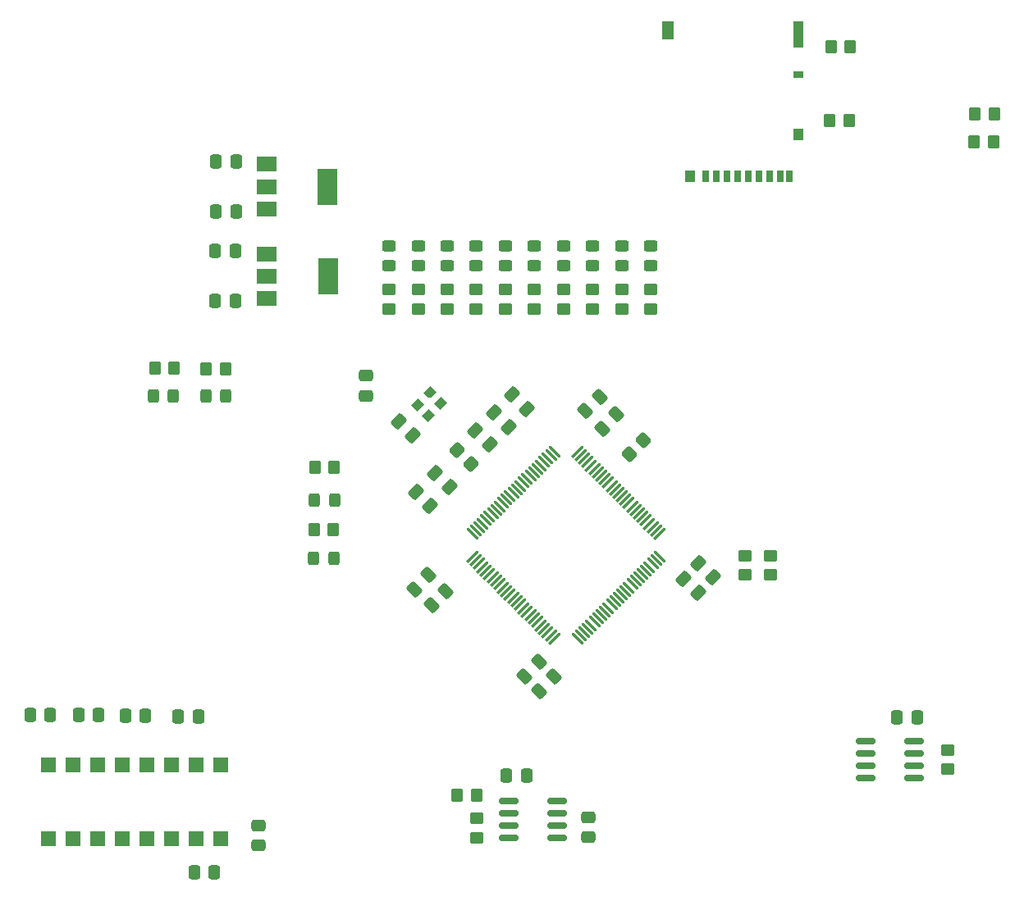
<source format=gbr>
%TF.GenerationSoftware,KiCad,Pcbnew,6.0.11-2627ca5db0~126~ubuntu20.04.1*%
%TF.CreationDate,2023-05-10T16:13:11+05:30*%
%TF.ProjectId,MVCU_F407,4d564355-5f46-4343-9037-2e6b69636164,rev?*%
%TF.SameCoordinates,Original*%
%TF.FileFunction,Paste,Top*%
%TF.FilePolarity,Positive*%
%FSLAX46Y46*%
G04 Gerber Fmt 4.6, Leading zero omitted, Abs format (unit mm)*
G04 Created by KiCad (PCBNEW 6.0.11-2627ca5db0~126~ubuntu20.04.1) date 2023-05-10 16:13:11*
%MOMM*%
%LPD*%
G01*
G04 APERTURE LIST*
G04 Aperture macros list*
%AMRoundRect*
0 Rectangle with rounded corners*
0 $1 Rounding radius*
0 $2 $3 $4 $5 $6 $7 $8 $9 X,Y pos of 4 corners*
0 Add a 4 corners polygon primitive as box body*
4,1,4,$2,$3,$4,$5,$6,$7,$8,$9,$2,$3,0*
0 Add four circle primitives for the rounded corners*
1,1,$1+$1,$2,$3*
1,1,$1+$1,$4,$5*
1,1,$1+$1,$6,$7*
1,1,$1+$1,$8,$9*
0 Add four rect primitives between the rounded corners*
20,1,$1+$1,$2,$3,$4,$5,0*
20,1,$1+$1,$4,$5,$6,$7,0*
20,1,$1+$1,$6,$7,$8,$9,0*
20,1,$1+$1,$8,$9,$2,$3,0*%
%AMRotRect*
0 Rectangle, with rotation*
0 The origin of the aperture is its center*
0 $1 length*
0 $2 width*
0 $3 Rotation angle, in degrees counterclockwise*
0 Add horizontal line*
21,1,$1,$2,0,0,$3*%
%AMOutline5P*
0 Free polygon, 5 corners , with rotation*
0 The origin of the aperture is its center*
0 number of corners: always 5*
0 $1 to $10 corner X, Y*
0 $11 Rotation angle, in degrees counterclockwise*
0 create outline with 5 corners*
4,1,5,$1,$2,$3,$4,$5,$6,$7,$8,$9,$10,$1,$2,$11*%
%AMOutline6P*
0 Free polygon, 6 corners , with rotation*
0 The origin of the aperture is its center*
0 number of corners: always 6*
0 $1 to $12 corner X, Y*
0 $13 Rotation angle, in degrees counterclockwise*
0 create outline with 6 corners*
4,1,6,$1,$2,$3,$4,$5,$6,$7,$8,$9,$10,$11,$12,$1,$2,$13*%
%AMOutline7P*
0 Free polygon, 7 corners , with rotation*
0 The origin of the aperture is its center*
0 number of corners: always 7*
0 $1 to $14 corner X, Y*
0 $15 Rotation angle, in degrees counterclockwise*
0 create outline with 7 corners*
4,1,7,$1,$2,$3,$4,$5,$6,$7,$8,$9,$10,$11,$12,$13,$14,$1,$2,$15*%
%AMOutline8P*
0 Free polygon, 8 corners , with rotation*
0 The origin of the aperture is its center*
0 number of corners: always 8*
0 $1 to $16 corner X, Y*
0 $17 Rotation angle, in degrees counterclockwise*
0 create outline with 8 corners*
4,1,8,$1,$2,$3,$4,$5,$6,$7,$8,$9,$10,$11,$12,$13,$14,$15,$16,$1,$2,$17*%
G04 Aperture macros list end*
%ADD10RoundRect,0.250000X-0.450000X0.325000X-0.450000X-0.325000X0.450000X-0.325000X0.450000X0.325000X0*%
%ADD11RoundRect,0.250000X-0.450000X0.350000X-0.450000X-0.350000X0.450000X-0.350000X0.450000X0.350000X0*%
%ADD12RoundRect,0.250000X0.325000X0.450000X-0.325000X0.450000X-0.325000X-0.450000X0.325000X-0.450000X0*%
%ADD13RoundRect,0.250000X-0.070711X0.565685X-0.565685X0.070711X0.070711X-0.565685X0.565685X-0.070711X0*%
%ADD14RoundRect,0.250000X0.574524X0.097227X0.097227X0.574524X-0.574524X-0.097227X-0.097227X-0.574524X0*%
%ADD15RoundRect,0.250000X-0.350000X-0.450000X0.350000X-0.450000X0.350000X0.450000X-0.350000X0.450000X0*%
%ADD16RoundRect,0.250000X-0.325000X-0.450000X0.325000X-0.450000X0.325000X0.450000X-0.325000X0.450000X0*%
%ADD17RoundRect,0.250000X-0.097227X0.574524X-0.574524X0.097227X0.097227X-0.574524X0.574524X-0.097227X0*%
%ADD18RoundRect,0.250000X0.350000X0.450000X-0.350000X0.450000X-0.350000X-0.450000X0.350000X-0.450000X0*%
%ADD19RoundRect,0.250000X0.337500X0.475000X-0.337500X0.475000X-0.337500X-0.475000X0.337500X-0.475000X0*%
%ADD20RoundRect,0.250000X-0.337500X-0.475000X0.337500X-0.475000X0.337500X0.475000X-0.337500X0.475000X0*%
%ADD21R,2.000000X1.500000*%
%ADD22R,2.000000X3.800000*%
%ADD23R,1.600000X1.600000*%
%ADD24R,0.700000X1.200000*%
%ADD25R,1.000000X0.800000*%
%ADD26R,1.300000X1.900000*%
%ADD27R,1.000000X1.200000*%
%ADD28R,1.000000X2.800000*%
%ADD29RoundRect,0.250000X0.097227X-0.574524X0.574524X-0.097227X-0.097227X0.574524X-0.574524X0.097227X0*%
%ADD30RoundRect,0.250000X0.475000X-0.337500X0.475000X0.337500X-0.475000X0.337500X-0.475000X-0.337500X0*%
%ADD31RoundRect,0.250000X-0.574524X-0.097227X-0.097227X-0.574524X0.574524X0.097227X0.097227X0.574524X0*%
%ADD32RoundRect,0.250000X0.565685X0.070711X0.070711X0.565685X-0.565685X-0.070711X-0.070711X-0.565685X0*%
%ADD33Outline5P,-0.500000X0.450000X0.230000X0.450000X0.500000X0.180000X0.500000X-0.450000X-0.500000X-0.450000X225.000000*%
%ADD34RotRect,1.000000X0.900000X225.000000*%
%ADD35RoundRect,0.075000X-0.565685X0.459619X0.459619X-0.565685X0.565685X-0.459619X-0.459619X0.565685X0*%
%ADD36RoundRect,0.075000X-0.565685X-0.459619X-0.459619X-0.565685X0.565685X0.459619X0.459619X0.565685X0*%
%ADD37RoundRect,0.150000X-0.825000X-0.150000X0.825000X-0.150000X0.825000X0.150000X-0.825000X0.150000X0*%
%ADD38RoundRect,0.150000X0.825000X0.150000X-0.825000X0.150000X-0.825000X-0.150000X0.825000X-0.150000X0*%
%ADD39RoundRect,0.250000X0.450000X-0.350000X0.450000X0.350000X-0.450000X0.350000X-0.450000X-0.350000X0*%
G04 APERTURE END LIST*
D10*
%TO.C,D5*%
X127275000Y-61675000D03*
X127275000Y-63725000D03*
%TD*%
D11*
%TO.C,R17*%
X115275000Y-66200000D03*
X115275000Y-68200000D03*
%TD*%
D12*
%TO.C,D11*%
X95425000Y-77150000D03*
X93375000Y-77150000D03*
%TD*%
D13*
%TO.C,R1*%
X138508107Y-81757893D03*
X137093893Y-83172107D03*
%TD*%
D14*
%TO.C,C13*%
X124601139Y-80358353D03*
X123133893Y-78891107D03*
%TD*%
D15*
%TO.C,R5*%
X172671000Y-50919000D03*
X174671000Y-50919000D03*
%TD*%
D10*
%TO.C,D2*%
X136275000Y-61675000D03*
X136275000Y-63725000D03*
%TD*%
D11*
%TO.C,R12*%
X130275000Y-66200000D03*
X130275000Y-68200000D03*
%TD*%
D15*
%TO.C,R19*%
X93400000Y-74350000D03*
X95400000Y-74350000D03*
%TD*%
D16*
%TO.C,D13*%
X104509000Y-93985500D03*
X106559000Y-93985500D03*
%TD*%
D17*
%TO.C,C6*%
X129246406Y-106156754D03*
X127779160Y-107624000D03*
%TD*%
D18*
%TO.C,R22*%
X106534000Y-90985500D03*
X104534000Y-90985500D03*
%TD*%
D11*
%TO.C,R11*%
X133275000Y-66200000D03*
X133275000Y-68200000D03*
%TD*%
D19*
%TO.C,C26*%
X96512500Y-52950000D03*
X94437500Y-52950000D03*
%TD*%
D11*
%TO.C,R18*%
X112275000Y-66200000D03*
X112275000Y-68200000D03*
%TD*%
D20*
%TO.C,C19*%
X85074500Y-110200000D03*
X87149500Y-110200000D03*
%TD*%
D19*
%TO.C,C23*%
X96512500Y-58150000D03*
X94437500Y-58150000D03*
%TD*%
D20*
%TO.C,C25*%
X164701500Y-110399500D03*
X166776500Y-110399500D03*
%TD*%
D10*
%TO.C,D3*%
X133275000Y-61675000D03*
X133275000Y-63725000D03*
%TD*%
D14*
%TO.C,C10*%
X144161730Y-97541516D03*
X142694484Y-96074270D03*
%TD*%
%TO.C,C2*%
X126469623Y-78499623D03*
X125002377Y-77032377D03*
%TD*%
D18*
%TO.C,R4*%
X159771000Y-48719000D03*
X157771000Y-48719000D03*
%TD*%
%TO.C,R2*%
X159871000Y-41119000D03*
X157871000Y-41119000D03*
%TD*%
D10*
%TO.C,D6*%
X124275000Y-61675000D03*
X124275000Y-63725000D03*
%TD*%
D19*
%TO.C,C17*%
X96412500Y-67350000D03*
X94337500Y-67350000D03*
%TD*%
D21*
%TO.C,U6*%
X99625000Y-53250000D03*
X99625000Y-55550000D03*
D22*
X105925000Y-55550000D03*
D21*
X99625000Y-57850000D03*
%TD*%
D11*
%TO.C,R7*%
X148977000Y-93657000D03*
X148977000Y-95657000D03*
%TD*%
%TO.C,R13*%
X127275000Y-66200000D03*
X127275000Y-68200000D03*
%TD*%
D23*
%TO.C,U3*%
X94922107Y-115282893D03*
X92382107Y-115282893D03*
X89842107Y-115282893D03*
X87302107Y-115282893D03*
X84762107Y-115282893D03*
X82222107Y-115282893D03*
X79682107Y-115282893D03*
X77142107Y-115282893D03*
X77142107Y-122902893D03*
X79682107Y-122902893D03*
X82222107Y-122902893D03*
X84762107Y-122902893D03*
X87302107Y-122902893D03*
X89842107Y-122902893D03*
X92382107Y-122902893D03*
X94922107Y-122902893D03*
%TD*%
D24*
%TO.C,J3*%
X144926000Y-54509000D03*
X146026000Y-54509000D03*
X147126000Y-54509000D03*
X148226000Y-54509000D03*
X149326000Y-54509000D03*
X150426000Y-54509000D03*
X151526000Y-54509000D03*
X152626000Y-54509000D03*
X153576000Y-54509000D03*
D25*
X154526000Y-44009000D03*
D26*
X141026000Y-39409000D03*
D27*
X143376000Y-54509000D03*
X154526000Y-50209000D03*
D28*
X154526000Y-39859000D03*
%TD*%
D29*
%TO.C,C7*%
X126255160Y-106100000D03*
X127722406Y-104632754D03*
%TD*%
D19*
%TO.C,C18*%
X94269607Y-126392893D03*
X92194607Y-126392893D03*
%TD*%
D20*
%TO.C,C22*%
X80248500Y-110151000D03*
X82323500Y-110151000D03*
%TD*%
D11*
%TO.C,R16*%
X118275000Y-66200000D03*
X118275000Y-68200000D03*
%TD*%
D10*
%TO.C,D9*%
X115275000Y-61675000D03*
X115275000Y-63725000D03*
%TD*%
D20*
%TO.C,C16*%
X90535500Y-110278000D03*
X92610500Y-110278000D03*
%TD*%
D30*
%TO.C,C3*%
X109861000Y-77152500D03*
X109861000Y-75077500D03*
%TD*%
D21*
%TO.C,U4*%
X99675000Y-62500000D03*
X99675000Y-64800000D03*
D22*
X105975000Y-64800000D03*
D21*
X99675000Y-67100000D03*
%TD*%
D10*
%TO.C,D4*%
X130275000Y-61675000D03*
X130275000Y-63725000D03*
%TD*%
D31*
%TO.C,C8*%
X113291377Y-79766377D03*
X114758623Y-81233623D03*
%TD*%
D14*
%TO.C,C1*%
X122659623Y-82182623D03*
X121192377Y-80715377D03*
%TD*%
D17*
%TO.C,C14*%
X116358623Y-95666377D03*
X114891377Y-97133623D03*
%TD*%
D11*
%TO.C,R20*%
X169932000Y-113723000D03*
X169932000Y-115723000D03*
%TD*%
D30*
%TO.C,C21*%
X98812000Y-123613000D03*
X98812000Y-121538000D03*
%TD*%
D17*
%TO.C,C11*%
X118136623Y-97317377D03*
X116669377Y-98784623D03*
%TD*%
D10*
%TO.C,D1*%
X139275000Y-61675000D03*
X139275000Y-63725000D03*
%TD*%
D20*
%TO.C,C28*%
X75237500Y-110100000D03*
X77312500Y-110100000D03*
%TD*%
D31*
%TO.C,C5*%
X144218484Y-94423270D03*
X145685730Y-95890516D03*
%TD*%
D18*
%TO.C,R25*%
X121325000Y-118400000D03*
X119325000Y-118400000D03*
%TD*%
D16*
%TO.C,D12*%
X87975000Y-77200000D03*
X90025000Y-77200000D03*
%TD*%
D19*
%TO.C,C20*%
X96412500Y-62200000D03*
X94337500Y-62200000D03*
%TD*%
D32*
%TO.C,R3*%
X120728107Y-84188107D03*
X119313893Y-82773893D03*
%TD*%
D11*
%TO.C,R9*%
X139275000Y-66200000D03*
X139275000Y-68200000D03*
%TD*%
%TO.C,R14*%
X124275000Y-66200000D03*
X124275000Y-68200000D03*
%TD*%
D10*
%TO.C,D10*%
X112275000Y-61675000D03*
X112275000Y-63725000D03*
%TD*%
D11*
%TO.C,R8*%
X151644000Y-93657000D03*
X151644000Y-95657000D03*
%TD*%
D33*
%TO.C,Y1*%
X116513388Y-76880996D03*
D34*
X115240596Y-78153788D03*
X116336612Y-79249803D03*
X117609404Y-77969940D03*
%TD*%
D16*
%TO.C,D14*%
X104592786Y-87925714D03*
X106642786Y-87925714D03*
%TD*%
D35*
%TO.C,U2*%
X129347703Y-82923208D03*
X128994150Y-83276761D03*
X128640596Y-83630315D03*
X128287043Y-83983868D03*
X127933490Y-84337421D03*
X127579936Y-84690975D03*
X127226383Y-85044528D03*
X126872829Y-85398082D03*
X126519276Y-85751635D03*
X126165723Y-86105188D03*
X125812169Y-86458742D03*
X125458616Y-86812295D03*
X125105062Y-87165848D03*
X124751509Y-87519402D03*
X124397956Y-87872955D03*
X124044402Y-88226509D03*
X123690849Y-88580062D03*
X123337296Y-88933615D03*
X122983742Y-89287169D03*
X122630189Y-89640722D03*
X122276635Y-89994276D03*
X121923082Y-90347829D03*
X121569529Y-90701382D03*
X121215975Y-91054936D03*
X120862422Y-91408489D03*
D36*
X120862422Y-93777297D03*
X121215975Y-94130850D03*
X121569529Y-94484404D03*
X121923082Y-94837957D03*
X122276635Y-95191510D03*
X122630189Y-95545064D03*
X122983742Y-95898617D03*
X123337296Y-96252171D03*
X123690849Y-96605724D03*
X124044402Y-96959277D03*
X124397956Y-97312831D03*
X124751509Y-97666384D03*
X125105062Y-98019938D03*
X125458616Y-98373491D03*
X125812169Y-98727044D03*
X126165723Y-99080598D03*
X126519276Y-99434151D03*
X126872829Y-99787704D03*
X127226383Y-100141258D03*
X127579936Y-100494811D03*
X127933490Y-100848365D03*
X128287043Y-101201918D03*
X128640596Y-101555471D03*
X128994150Y-101909025D03*
X129347703Y-102262578D03*
D35*
X131716511Y-102262578D03*
X132070064Y-101909025D03*
X132423618Y-101555471D03*
X132777171Y-101201918D03*
X133130724Y-100848365D03*
X133484278Y-100494811D03*
X133837831Y-100141258D03*
X134191385Y-99787704D03*
X134544938Y-99434151D03*
X134898491Y-99080598D03*
X135252045Y-98727044D03*
X135605598Y-98373491D03*
X135959152Y-98019938D03*
X136312705Y-97666384D03*
X136666258Y-97312831D03*
X137019812Y-96959277D03*
X137373365Y-96605724D03*
X137726918Y-96252171D03*
X138080472Y-95898617D03*
X138434025Y-95545064D03*
X138787579Y-95191510D03*
X139141132Y-94837957D03*
X139494685Y-94484404D03*
X139848239Y-94130850D03*
X140201792Y-93777297D03*
D36*
X140201792Y-91408489D03*
X139848239Y-91054936D03*
X139494685Y-90701382D03*
X139141132Y-90347829D03*
X138787579Y-89994276D03*
X138434025Y-89640722D03*
X138080472Y-89287169D03*
X137726918Y-88933615D03*
X137373365Y-88580062D03*
X137019812Y-88226509D03*
X136666258Y-87872955D03*
X136312705Y-87519402D03*
X135959152Y-87165848D03*
X135605598Y-86812295D03*
X135252045Y-86458742D03*
X134898491Y-86105188D03*
X134544938Y-85751635D03*
X134191385Y-85398082D03*
X133837831Y-85044528D03*
X133484278Y-84690975D03*
X133130724Y-84337421D03*
X132777171Y-83983868D03*
X132423618Y-83630315D03*
X132070064Y-83276761D03*
X131716511Y-82923208D03*
%TD*%
D14*
%TO.C,C15*%
X116501516Y-88514730D03*
X115034270Y-87047484D03*
%TD*%
D11*
%TO.C,R15*%
X121275000Y-66200000D03*
X121275000Y-68200000D03*
%TD*%
D18*
%TO.C,R21*%
X90100000Y-74300000D03*
X88100000Y-74300000D03*
%TD*%
D14*
%TO.C,C9*%
X118505139Y-86581353D03*
X117037893Y-85114107D03*
%TD*%
D11*
%TO.C,R10*%
X136275000Y-66200000D03*
X136275000Y-68200000D03*
%TD*%
D37*
%TO.C,U5*%
X161488000Y-112818000D03*
X161488000Y-114088000D03*
X161488000Y-115358000D03*
X161488000Y-116628000D03*
X166438000Y-116628000D03*
X166438000Y-115358000D03*
X166438000Y-114088000D03*
X166438000Y-112818000D03*
%TD*%
D38*
%TO.C,U11*%
X129600000Y-122805000D03*
X129600000Y-121535000D03*
X129600000Y-120265000D03*
X129600000Y-118995000D03*
X124650000Y-118995000D03*
X124650000Y-120265000D03*
X124650000Y-121535000D03*
X124650000Y-122805000D03*
%TD*%
D29*
%TO.C,C12*%
X132541754Y-78725246D03*
X134009000Y-77258000D03*
%TD*%
D15*
%TO.C,R6*%
X172721000Y-48019000D03*
X174721000Y-48019000D03*
%TD*%
D19*
%TO.C,C30*%
X126462500Y-116400000D03*
X124387500Y-116400000D03*
%TD*%
D18*
%TO.C,R23*%
X106617786Y-84525714D03*
X104617786Y-84525714D03*
%TD*%
D39*
%TO.C,R24*%
X121325000Y-122800000D03*
X121325000Y-120800000D03*
%TD*%
D10*
%TO.C,D8*%
X118275000Y-61675000D03*
X118275000Y-63725000D03*
%TD*%
%TO.C,D7*%
X121275000Y-61675000D03*
X121275000Y-63725000D03*
%TD*%
D30*
%TO.C,C29*%
X132825000Y-122737500D03*
X132825000Y-120662500D03*
%TD*%
D29*
%TO.C,C4*%
X134273377Y-80531623D03*
X135740623Y-79064377D03*
%TD*%
M02*

</source>
